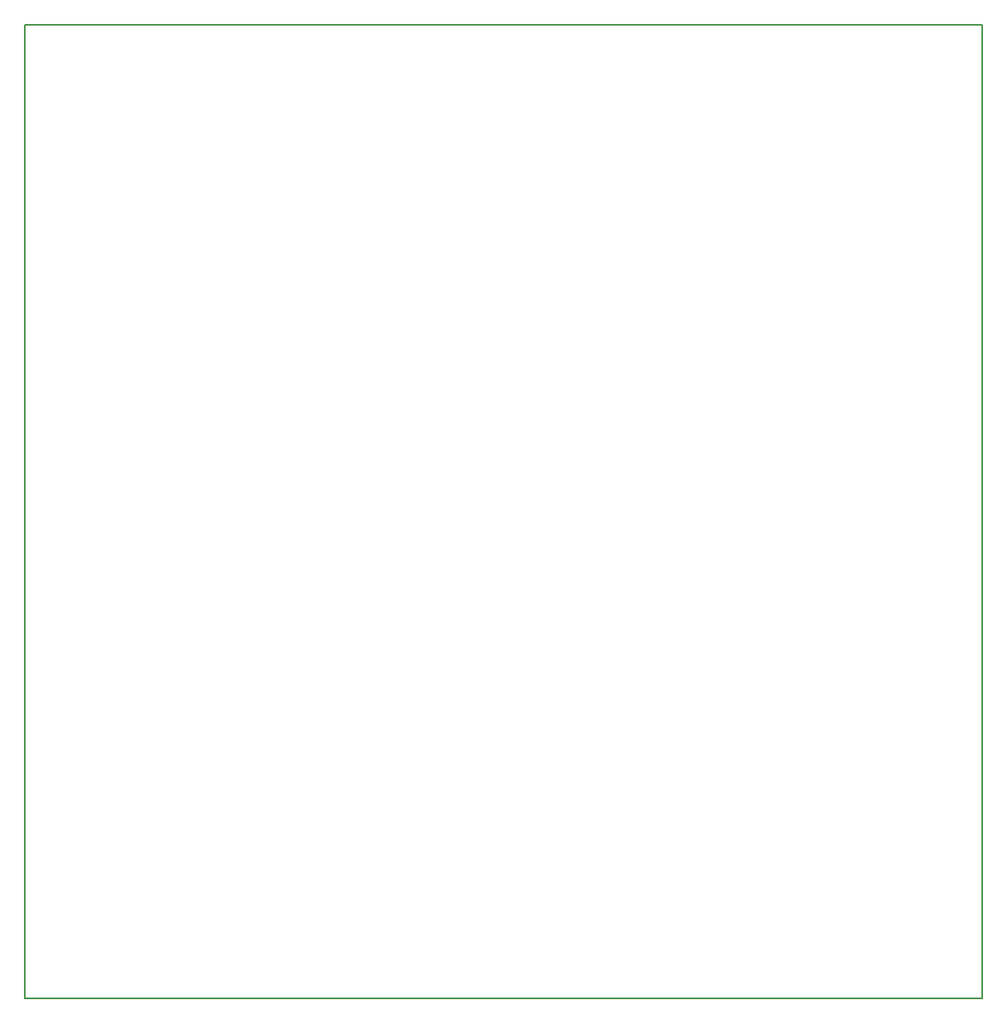
<source format=gbo>
G04 MADE WITH FRITZING*
G04 WWW.FRITZING.ORG*
G04 DOUBLE SIDED*
G04 HOLES PLATED*
G04 CONTOUR ON CENTER OF CONTOUR VECTOR*
%ASAXBY*%
%FSLAX23Y23*%
%MOIN*%
%OFA0B0*%
%SFA1.0B1.0*%
%ADD10R,3.867500X3.931580X3.851500X3.915580*%
%ADD11C,0.008000*%
%LNSILK0*%
G90*
G70*
G54D11*
X4Y3928D02*
X3864Y3928D01*
X3864Y4D01*
X4Y4D01*
X4Y3928D01*
D02*
G04 End of Silk0*
M02*
</source>
